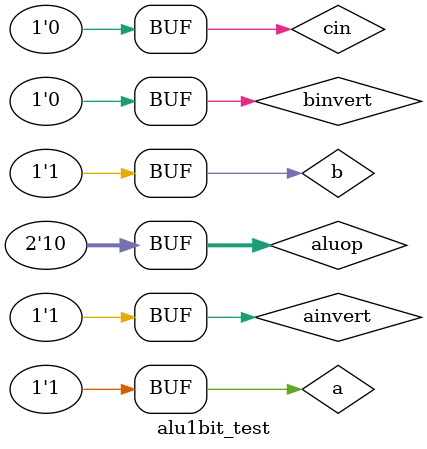
<source format=v>
`timescale 1ns / 1ps


module alu1bit_test(

    );
    
    reg a, b, ainvert, binvert, cin;
    reg[1:0] aluop;
    wire cout, rez;
    
    
    initial 
    $monitor("a=1%b,b=1%b,ainvert=1%b,binvert=1%b,cin=1%b,aluop=1%b,cout=1%b,rez=1%b", a, b, ainvert, binvert, cin, aluop, cout, rez);
    
    initial 
    begin 
    #0 a = 1'b1; b = 1'b1; ainvert = 1'b1; binvert = 1'b0; cin = 1'b0; aluop = 2'b10;  
    end
    alu_1bit alu(a,b,ainvert, binvert, cin, aluop, cout, rez);
endmodule

</source>
